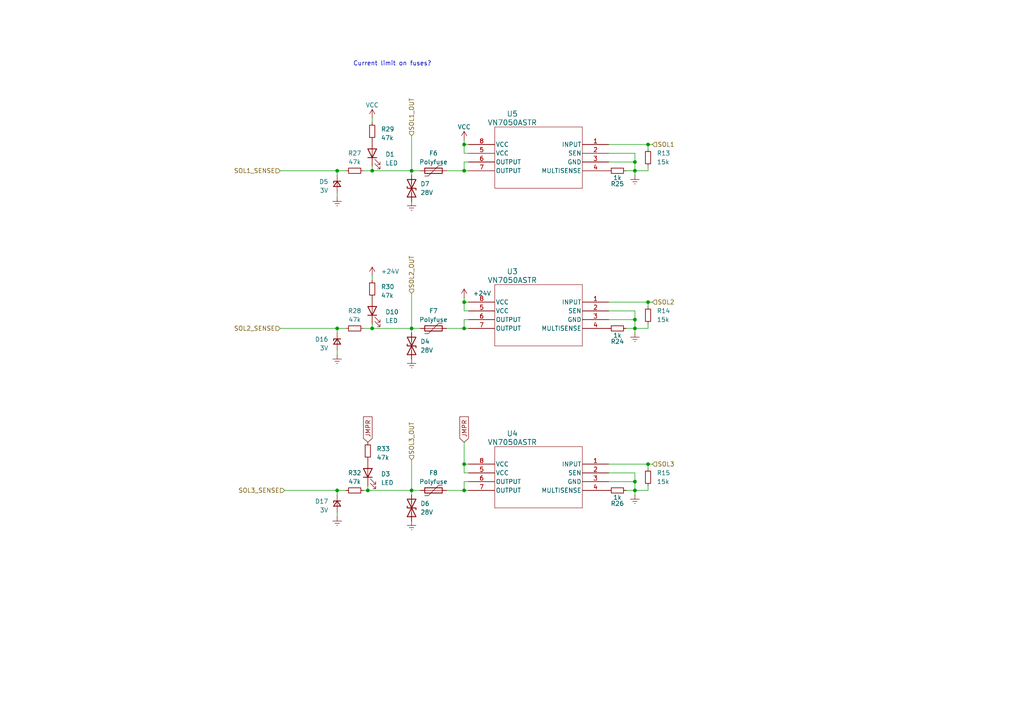
<source format=kicad_sch>
(kicad_sch (version 20250114) (generator "eeschema") (generator_version "9.0")
  (paper "A4")
  (lib_symbols
    (symbol "Device:D_TVS" (pin_numbers (hide yes)) (pin_names (offset 1.016) (hide yes))
      (property "Reference" "D" (at 0 2.54 0))
      (property "Value" "D_TVS" (at 0 -2.54 0))
      (symbol "D_TVS_0_1"
        (polyline (pts (xy -2.54 1.27) (xy -2.54 -1.27) (xy 2.54 1.27) (xy 2.54 -1.27) (xy -2.54 1.27)) (stroke (width 0.254)))
        (polyline (pts (xy 0.508 1.27) (xy 0 1.27) (xy 0 -1.27) (xy -0.508 -1.27)) (stroke (width 0.254)))
        (polyline (pts (xy 1.27 0) (xy -1.27 0)))
      )
      (symbol "D_TVS_1_1"
        (pin passive line (at -3.81 0 0) (length 2.54) (name "A1") (number "1"))
        (pin passive line (at 3.81 0 180) (length 2.54) (name "A2") (number "2"))
      )
    )
    (symbol "Device:D_Zener_Small" (pin_numbers (hide yes)) (pin_names (offset 0.254) (hide yes))
      (property "Reference" "D" (at 0 2.286 0))
      (property "Value" "D_Zener_Small" (at 0 -2.286 0))
      (symbol "D_Zener_Small_0_1"
        (polyline (pts (xy -0.254 1.016) (xy -0.762 1.016) (xy -0.762 -1.016)) (stroke (width 0.254)))
        (polyline (pts (xy 0.762 1.016) (xy -0.762 0) (xy 0.762 -1.016) (xy 0.762 1.016)) (stroke (width 0.254)))
        (polyline (pts (xy 0.762 0) (xy -0.762 0)))
      )
      (symbol "D_Zener_Small_1_1"
        (pin passive line (at -2.54 0 0) (length 1.778) (name "K") (number "1"))
        (pin passive line (at 2.54 0 180) (length 1.778) (name "A") (number "2"))
      )
    )
    (symbol "Device:LED" (pin_numbers (hide yes)) (pin_names (offset 1.016) (hide yes))
      (property "Reference" "D" (at 0 2.54 0))
      (property "Value" "LED" (at 0 -2.54 0))
      (symbol "LED_0_1"
        (polyline (pts (xy -3.048 -0.762) (xy -4.572 -2.286) (xy -3.81 -2.286) (xy -4.572 -2.286) (xy -4.572 -1.524)))
        (polyline (pts (xy -1.778 -0.762) (xy -3.302 -2.286) (xy -2.54 -2.286) (xy -3.302 -2.286) (xy -3.302 -1.524)))
        (polyline (pts (xy -1.27 0) (xy 1.27 0)))
        (polyline (pts (xy -1.27 -1.27) (xy -1.27 1.27)) (stroke (width 0.254)))
        (polyline (pts (xy 1.27 -1.27) (xy 1.27 1.27) (xy -1.27 0) (xy 1.27 -1.27)) (stroke (width 0.254)))
      )
      (symbol "LED_1_1"
        (pin passive line (at -3.81 0 0) (length 2.54) (name "K") (number "1"))
        (pin passive line (at 3.81 0 180) (length 2.54) (name "A") (number "2"))
      )
    )
    (symbol "Device:Polyfuse" (pin_numbers (hide yes)) (pin_names (offset 0))
      (property "Reference" "F" (at -2.54 0 90))
      (property "Value" "Polyfuse" (at 2.54 0 90))
      (symbol "Polyfuse_0_1"
        (polyline (pts (xy -1.524 2.54) (xy -1.524 1.524) (xy 1.524 -1.524) (xy 1.524 -2.54)))
        (rectangle (start -0.762 2.54) (end 0.762 -2.54) (stroke (width 0.254)))
        (polyline (pts (xy 0 2.54) (xy 0 -2.54)))
      )
      (symbol "Polyfuse_1_1"
        (pin passive line (at 0 3.81 270) (length 1.27) (name "~") (number "1"))
        (pin passive line (at 0 -3.81 90) (length 1.27) (name "~") (number "2"))
      )
    )
    (symbol "Device:R_Small" (pin_numbers (hide yes)) (pin_names (offset 0.254) (hide yes))
      (property "Reference" "R" (at 0.762 0.508 0))
      (property "Value" "R_Small" (at 0.762 -1.016 0))
      (symbol "R_Small_0_1"
        (rectangle (start -0.762 1.778) (end 0.762 -1.778) (stroke (width 0.2032)))
      )
      (symbol "R_Small_1_1"
        (pin passive line (at 0 2.54 270) (length 0.762) (name "~") (number "1"))
        (pin passive line (at 0 -2.54 90) (length 0.762) (name "~") (number "2"))
      )
    )
    (symbol "Earth_12" (power) (pin_names (offset 0))
      (symbol "Earth_12_0_1"
        (polyline (pts (xy -0.635 -1.905) (xy 0.635 -1.905)))
        (polyline (pts (xy -0.127 -2.54) (xy 0.127 -2.54)))
        (polyline (pts (xy 0 -1.27) (xy 0 0)))
        (polyline (pts (xy 1.27 -1.27) (xy -1.27 -1.27)))
      )
      (symbol "Earth_12_1_1"
        (pin power_in line (at 0 0 270) (length 0) (hide yes) (name "Earth") (number "1"))
      )
    )
    (symbol "VCC_1" (power) (pin_numbers (hide yes)) (pin_names (offset 0) (hide yes))
      (property "Value" "VCC" (at 0 3.556 0))
      (symbol "VCC_1_0_1"
        (polyline (pts (xy -0.762 1.27) (xy 0 2.54)))
        (polyline (pts (xy 0 2.54) (xy 0.762 1.27)))
        (polyline (pts (xy 0 0) (xy 0 2.54)))
      )
      (symbol "VCC_1_1_1"
        (pin power_in line (at 0 0 90) (length 0) (name "~") (number "1"))
      )
    )
    (symbol "VN7050AS:VN7050ASTR" (pin_names (offset 0.254))
      (property "Reference" "U" (at 20.32 10.16 0))
      (property "Value" "VN7050ASTR" (at 20.32 7.62 0))
      (symbol "VN7050ASTR_0_1"
        (polyline (pts (xy 7.62 5.08) (xy 7.62 -12.7)) (stroke (width 0.127)))
        (polyline (pts (xy 7.62 -12.7) (xy 33.02 -12.7)) (stroke (width 0.127)))
        (polyline (pts (xy 33.02 5.08) (xy 7.62 5.08)) (stroke (width 0.127)))
        (polyline (pts (xy 33.02 -12.7) (xy 33.02 5.08)) (stroke (width 0.127)))
        (pin input line (at 0 0 0) (length 7.62) (name "INPUT") (number "1"))
        (pin unspecified line (at 0 -2.54 0) (length 7.62) (name "SEN") (number "2"))
        (pin power_out line (at 0 -5.08 0) (length 7.62) (name "GND") (number "3"))
        (pin unspecified line (at 0 -7.62 0) (length 7.62) (name "MULTISENSE") (number "4"))
        (pin power_in line (at 40.64 0 180) (length 7.62) (name "VCC") (number "8"))
        (pin power_in line (at 40.64 -2.54 180) (length 7.62) (name "VCC") (number "5"))
        (pin output line (at 40.64 -5.08 180) (length 7.62) (name "OUTPUT") (number "6"))
        (pin output line (at 40.64 -7.62 180) (length 7.62) (name "OUTPUT") (number "7"))
      )
    )
    (symbol "power:Earth" (power) (pin_names (offset 0))
      (symbol "Earth_0_1"
        (polyline (pts (xy -0.635 -1.905) (xy 0.635 -1.905)))
        (polyline (pts (xy -0.127 -2.54) (xy 0.127 -2.54)))
        (polyline (pts (xy 0 -1.27) (xy 0 0)))
        (polyline (pts (xy 1.27 -1.27) (xy -1.27 -1.27)))
      )
      (symbol "Earth_1_1"
        (pin power_in line (at 0 0 270) (length 0) (hide yes) (name "Earth") (number "1"))
      )
    )
    (symbol "power:VCC" (power) (pin_names (offset 0))
      (property "Value" "VCC" (at 0 3.81 0))
      (symbol "VCC_0_1"
        (polyline (pts (xy -0.762 1.27) (xy 0 2.54)))
        (polyline (pts (xy 0 2.54) (xy 0.762 1.27)))
        (polyline (pts (xy 0 0) (xy 0 2.54)))
      )
      (symbol "VCC_1_1"
        (pin power_in line (at 0 0 90) (length 0) (hide yes) (name "VCC") (number "1"))
      )
    )
  )
  (text "Current limit on fuses?" (at 113.792 18.542 0) (effects (font (size 1.27 1.27))))
  (junction (at 134.62 49.53))
  (junction (at 97.79 142.24))
  (junction (at 106.68 142.24))
  (junction (at 119.38 95.25))
  (junction (at 187.96 87.63))
  (junction (at 184.15 92.71))
  (junction (at 184.15 46.99))
  (junction (at 184.15 95.25))
  (junction (at 187.96 41.91))
  (junction (at 107.95 95.25))
  (junction (at 184.15 142.24))
  (junction (at 97.79 95.25))
  (junction (at 134.62 134.62))
  (junction (at 119.38 142.24))
  (junction (at 134.62 87.63))
  (junction (at 119.38 49.53))
  (junction (at 97.79 49.53))
  (junction (at 134.62 142.24))
  (junction (at 184.15 49.53))
  (junction (at 134.62 95.25))
  (junction (at 184.15 139.7))
  (junction (at 134.62 41.91))
  (junction (at 187.96 134.62))
  (junction (at 107.95 49.53))
  (wire (pts (xy 187.96 142.24) (xy 184.15 142.24)))
  (wire (pts (xy 82.55 142.24) (xy 97.79 142.24)))
  (wire (pts (xy 105.41 142.24) (xy 106.68 142.24)))
  (wire (pts (xy 187.96 41.91) (xy 189.23 41.91)))
  (wire (pts (xy 119.38 95.25) (xy 119.38 96.52)))
  (wire (pts (xy 135.89 46.99) (xy 134.62 46.99)))
  (wire (pts (xy 119.38 85.09) (xy 119.38 95.25)))
  (wire (pts (xy 134.62 86.36) (xy 134.62 87.63)))
  (wire (pts (xy 184.15 90.17) (xy 184.15 92.71)))
  (wire (pts (xy 187.96 41.91) (xy 187.96 43.18)))
  (wire (pts (xy 119.38 49.53) (xy 121.92 49.53)))
  (wire (pts (xy 187.96 134.62) (xy 189.23 134.62)))
  (wire (pts (xy 187.96 87.63) (xy 189.23 87.63)))
  (wire (pts (xy 176.53 92.71) (xy 184.15 92.71)))
  (wire (pts (xy 134.62 128.27) (xy 134.62 134.62)))
  (wire (pts (xy 134.62 87.63) (xy 135.89 87.63)))
  (wire (pts (xy 134.62 90.17) (xy 134.62 87.63)))
  (wire (pts (xy 107.95 80.01) (xy 107.95 81.28)))
  (wire (pts (xy 176.53 139.7) (xy 184.15 139.7)))
  (wire (pts (xy 176.53 87.63) (xy 187.96 87.63)))
  (wire (pts (xy 119.38 133.35) (xy 119.38 142.24)))
  (wire (pts (xy 105.41 95.25) (xy 107.95 95.25)))
  (wire (pts (xy 81.28 95.25) (xy 97.79 95.25)))
  (wire (pts (xy 107.95 95.25) (xy 119.38 95.25)))
  (wire (pts (xy 134.62 92.71) (xy 135.89 92.71)))
  (wire (pts (xy 134.62 95.25) (xy 134.62 92.71)))
  (wire (pts (xy 97.79 50.8) (xy 97.79 49.53)))
  (wire (pts (xy 119.38 143.51) (xy 119.38 142.24)))
  (wire (pts (xy 107.95 93.98) (xy 107.95 95.25)))
  (wire (pts (xy 176.53 41.91) (xy 187.96 41.91)))
  (wire (pts (xy 187.96 49.53) (xy 184.15 49.53)))
  (wire (pts (xy 176.53 46.99) (xy 184.15 46.99)))
  (wire (pts (xy 134.62 142.24) (xy 134.62 139.7)))
  (wire (pts (xy 134.62 49.53) (xy 135.89 49.53)))
  (wire (pts (xy 134.62 46.99) (xy 134.62 49.53)))
  (wire (pts (xy 184.15 142.24) (xy 184.15 143.51)))
  (wire (pts (xy 184.15 44.45) (xy 184.15 46.99)))
  (wire (pts (xy 129.54 95.25) (xy 134.62 95.25)))
  (wire (pts (xy 119.38 39.37) (xy 119.38 49.53)))
  (wire (pts (xy 129.54 49.53) (xy 134.62 49.53)))
  (wire (pts (xy 187.96 48.26) (xy 187.96 49.53)))
  (wire (pts (xy 119.38 49.53) (xy 119.38 50.8)))
  (wire (pts (xy 97.79 49.53) (xy 100.33 49.53)))
  (wire (pts (xy 135.89 90.17) (xy 134.62 90.17)))
  (wire (pts (xy 181.61 95.25) (xy 184.15 95.25)))
  (wire (pts (xy 97.79 143.51) (xy 97.79 142.24)))
  (wire (pts (xy 134.62 142.24) (xy 135.89 142.24)))
  (wire (pts (xy 97.79 101.6) (xy 97.79 102.87)))
  (wire (pts (xy 184.15 95.25) (xy 184.15 96.52)))
  (wire (pts (xy 187.96 87.63) (xy 187.96 88.9)))
  (wire (pts (xy 119.38 142.24) (xy 121.92 142.24)))
  (wire (pts (xy 184.15 137.16) (xy 184.15 139.7)))
  (wire (pts (xy 184.15 49.53) (xy 184.15 50.8)))
  (wire (pts (xy 187.96 95.25) (xy 184.15 95.25)))
  (wire (pts (xy 107.95 49.53) (xy 119.38 49.53)))
  (wire (pts (xy 106.68 142.24) (xy 119.38 142.24)))
  (wire (pts (xy 184.15 139.7) (xy 184.15 142.24)))
  (wire (pts (xy 97.79 142.24) (xy 100.33 142.24)))
  (wire (pts (xy 181.61 142.24) (xy 184.15 142.24)))
  (wire (pts (xy 176.53 137.16) (xy 184.15 137.16)))
  (wire (pts (xy 134.62 41.91) (xy 135.89 41.91)))
  (wire (pts (xy 97.79 55.88) (xy 97.79 57.15)))
  (wire (pts (xy 135.89 44.45) (xy 134.62 44.45)))
  (wire (pts (xy 134.62 137.16) (xy 134.62 134.62)))
  (wire (pts (xy 134.62 44.45) (xy 134.62 41.91)))
  (wire (pts (xy 134.62 139.7) (xy 135.89 139.7)))
  (wire (pts (xy 176.53 44.45) (xy 184.15 44.45)))
  (wire (pts (xy 107.95 34.29) (xy 107.95 35.56)))
  (wire (pts (xy 134.62 95.25) (xy 135.89 95.25)))
  (wire (pts (xy 135.89 137.16) (xy 134.62 137.16)))
  (wire (pts (xy 181.61 49.53) (xy 184.15 49.53)))
  (wire (pts (xy 97.79 95.25) (xy 100.33 95.25)))
  (wire (pts (xy 134.62 40.64) (xy 134.62 41.91)))
  (wire (pts (xy 184.15 46.99) (xy 184.15 49.53)))
  (wire (pts (xy 97.79 148.59) (xy 97.79 149.86)))
  (wire (pts (xy 105.41 49.53) (xy 107.95 49.53)))
  (wire (pts (xy 106.68 140.97) (xy 106.68 142.24)))
  (wire (pts (xy 176.53 134.62) (xy 187.96 134.62)))
  (wire (pts (xy 129.54 142.24) (xy 134.62 142.24)))
  (wire (pts (xy 187.96 93.98) (xy 187.96 95.25)))
  (wire (pts (xy 107.95 48.26) (xy 107.95 49.53)))
  (wire (pts (xy 184.15 92.71) (xy 184.15 95.25)))
  (wire (pts (xy 187.96 140.97) (xy 187.96 142.24)))
  (wire (pts (xy 119.38 95.25) (xy 121.92 95.25)))
  (wire (pts (xy 81.28 49.53) (xy 97.79 49.53)))
  (wire (pts (xy 97.79 96.52) (xy 97.79 95.25)))
  (wire (pts (xy 176.53 90.17) (xy 184.15 90.17)))
  (wire (pts (xy 187.96 134.62) (xy 187.96 135.89)))
  (wire (pts (xy 134.62 134.62) (xy 135.89 134.62)))
  (global_label "JMPR" (shape input) (at 106.68 128.27 90) (property "Intersheetrefs" "${INTERSHEET_REFS}" (effects (hide yes))))
  (global_label "JMPR" (shape input) (at 134.62 128.27 90) (property "Intersheetrefs" "${INTERSHEET_REFS}" (effects (hide yes))))
  (hierarchical_label "SOL1" (shape input) (at 189.23 41.91 0))
  (hierarchical_label "SOL2_OUT" (shape input) (at 119.38 85.09 90))
  (hierarchical_label "SOL2" (shape input) (at 189.23 87.63 0))
  (hierarchical_label "SOL3_OUT" (shape input) (at 119.38 133.35 90))
  (hierarchical_label "SOL3_SENSE" (shape input) (at 82.55 142.24 180))
  (hierarchical_label "SOL1_OUT" (shape input) (at 119.38 39.37 90))
  (hierarchical_label "SOL3" (shape input) (at 189.23 134.62 0))
  (hierarchical_label "SOL2_SENSE" (shape input) (at 81.28 95.25 180))
  (hierarchical_label "SOL1_SENSE" (shape input) (at 81.28 49.53 180))
  (symbol (lib_id "power:Earth") (at 184.15 50.8 0) (unit 1)
    (property "Reference" "#PWR084" (effects (hide yes)))
    (property "Value" "Earth" (effects (hide yes)))
  )
  (symbol (lib_id "power:Earth") (at 184.15 143.51 0) (unit 1)
    (property "Reference" "#PWR086" (effects (hide yes)))
    (property "Value" "Earth" (effects (hide yes)))
  )
  (symbol (lib_name "Earth_12") (lib_id "power:Earth") (at 97.79 57.15 0) (unit 1)
    (property "Reference" "#PWR048" (effects (hide yes)))
    (property "Value" "Earth" (effects (hide yes)))
  )
  (symbol (lib_name "Earth_12") (lib_id "power:Earth") (at 97.79 149.86 0) (unit 1)
    (property "Reference" "#PWR050" (effects (hide yes)))
    (property "Value" "Earth" (effects (hide yes)))
  )
  (symbol (lib_id "Device:R_Small") (at 107.95 83.82 0) (unit 1)
    (property "Reference" "R30" (at 110.49 83.185 0) (effects (justify left)))
    (property "Value" "47k" (at 110.49 85.725 0) (effects (justify left)))
    (property "Footprint" "Resistor_SMD:R_0603_1608Metric_Pad0.98x0.95mm_HandSolder" (effects (hide yes)))
  )
  (symbol (lib_id "power:VCC") (at 134.62 40.64 0) (unit 1)
    (property "Reference" "#PWR082" (effects (hide yes)))
    (property "Value" "VCC" (at 134.62 36.83 0))
  )
  (symbol (lib_id "power:VCC") (at 107.95 34.29 0) (unit 1)
    (property "Reference" "#PWR051" (effects (hide yes)))
    (property "Value" "VCC" (at 107.95 30.48 0))
  )
  (symbol (lib_id "Device:R_Small") (at 102.87 142.24 270) (unit 1)
    (property "Reference" "R32" (at 102.87 137.16 90))
    (property "Value" "47k" (at 102.87 139.7 90))
    (property "Footprint" "Resistor_SMD:R_0603_1608Metric_Pad0.98x0.95mm_HandSolder" (effects (hide yes)))
  )
  (symbol (lib_id "Device:LED") (at 107.95 44.45 90) (unit 1)
    (property "Reference" "D1" (at 111.76 44.7674 90) (effects (justify right)))
    (property "Value" "LED" (at 111.76 47.3074 90) (effects (justify right)))
    (property "Footprint" "LED_SMD:LED_0603_1608Metric_Pad1.05x0.95mm_HandSolder" (effects (hide yes)))
    (property "Description" "Light emitting diode" (effects (hide yes)))
  )
  (symbol (lib_id "Device:R_Small") (at 187.96 91.44 0) (unit 1)
    (property "Reference" "R14" (at 190.5 90.1699 0) (effects (justify left)))
    (property "Value" "15k" (at 190.5 92.7099 0) (effects (justify left)))
    (property "Footprint" "Resistor_SMD:R_0603_1608Metric_Pad0.98x0.95mm_HandSolder" (effects (hide yes)))
  )
  (symbol (lib_id "Device:Polyfuse") (at 125.73 49.53 90) (unit 1)
    (property "Reference" "F6" (at 125.73 44.45 90))
    (property "Value" "Polyfuse" (at 125.73 46.99 90))
    (property "Footprint" "Fuse:Fuse_1812_4532Metric_Pad1.30x3.40mm_HandSolder" (effects (hide yes)))
    (property "mfn" " 1210L150/16WR " (effects (hide yes)))
  )
  (symbol (lib_id "Device:Polyfuse") (at 125.73 142.24 90) (unit 1)
    (property "Reference" "F8" (at 125.73 137.16 90))
    (property "Value" "Polyfuse" (at 125.73 139.7 90))
    (property "Footprint" "Fuse:Fuse_1812_4532Metric_Pad1.30x3.40mm_HandSolder" (effects (hide yes)))
    (property "mfn" " 1210L150/16WR " (effects (hide yes)))
  )
  (symbol (lib_id "Device:R_Small") (at 179.07 142.24 90) (unit 1)
    (property "Reference" "R26" (at 179.07 146.05 90))
    (property "Value" "1k" (at 179.07 144.272 90))
    (property "Footprint" "Resistor_SMD:R_0603_1608Metric_Pad0.98x0.95mm_HandSolder" (effects (hide yes)))
  )
  (symbol (lib_id "Device:D_TVS") (at 119.38 147.32 90) (unit 1)
    (property "Reference" "D6" (at 121.92 146.0499 90) (effects (justify right)))
    (property "Value" "28V" (at 121.92 148.5899 90) (effects (justify right)))
    (property "Footprint" "Diode_SMD:D_0603_1608Metric_Pad1.05x0.95mm_HandSolder" (effects (hide yes)))
    (property "mfn" " CG0603MLC-24LEA" (effects (hide yes)))
  )
  (symbol (lib_id "Device:D_TVS") (at 119.38 54.61 90) (unit 1)
    (property "Reference" "D7" (at 121.92 53.3399 90) (effects (justify right)))
    (property "Value" "28V" (at 121.92 55.8799 90) (effects (justify right)))
    (property "Footprint" "Diode_SMD:D_0603_1608Metric_Pad1.05x0.95mm_HandSolder" (effects (hide yes)))
    (property "mfn" " CG0603MLC-24LEA" (effects (hide yes)))
  )
  (symbol (lib_id "Device:R_Small") (at 102.87 49.53 270) (unit 1)
    (property "Reference" "R27" (at 102.87 44.45 90))
    (property "Value" "47k" (at 102.87 46.99 90))
    (property "Footprint" "Resistor_SMD:R_0603_1608Metric_Pad0.98x0.95mm_HandSolder" (effects (hide yes)))
  )
  (symbol (lib_id "Device:R_Small") (at 102.87 95.25 270) (unit 1)
    (property "Reference" "R28" (at 102.87 90.17 90))
    (property "Value" "47k" (at 102.87 92.71 90))
    (property "Footprint" "Resistor_SMD:R_0603_1608Metric_Pad0.98x0.95mm_HandSolder" (effects (hide yes)))
  )
  (symbol (lib_id "Device:R_Small") (at 107.95 38.1 0) (unit 1)
    (property "Reference" "R29" (at 110.49 37.465 0) (effects (justify left)))
    (property "Value" "47k" (at 110.49 40.005 0) (effects (justify left)))
    (property "Footprint" "Resistor_SMD:R_0603_1608Metric_Pad0.98x0.95mm_HandSolder" (effects (hide yes)))
  )
  (symbol (lib_id "Device:Polyfuse") (at 125.73 95.25 90) (unit 1)
    (property "Reference" "F7" (at 125.73 90.17 90))
    (property "Value" "Polyfuse" (at 125.73 92.71 90))
    (property "Footprint" "Fuse:Fuse_1812_4532Metric_Pad1.30x3.40mm_HandSolder" (effects (hide yes)))
    (property "mfn" " 1210L150/16WR " (effects (hide yes)))
  )
  (symbol (lib_id "Device:LED") (at 106.68 137.16 90) (unit 1)
    (property "Reference" "D3" (at 110.49 137.4774 90) (effects (justify right)))
    (property "Value" "LED" (at 110.49 140.0174 90) (effects (justify right)))
    (property "Footprint" "LED_SMD:LED_0603_1608Metric_Pad1.05x0.95mm_HandSolder" (effects (hide yes)))
    (property "Description" "Light emitting diode" (effects (hide yes)))
  )
  (symbol (lib_id "power:Earth") (at 119.38 151.13 0) (unit 1)
    (property "Reference" "#PWR081" (effects (hide yes)))
    (property "Value" "Earth" (effects (hide yes)))
  )
  (symbol (lib_id "Device:D_Zener_Small") (at 97.79 99.06 90) (mirror x) (unit 1)
    (property "Reference" "D16" (at 95.25 98.425 90) (effects (justify left)))
    (property "Value" "3V" (at 95.25 100.965 90) (effects (justify left)))
    (property "Footprint" "Diode_SMD:D_SOD-323_HandSoldering" (effects (hide yes)))
    (property "mfn" " PZU3.0B2,115 " (effects (hide yes)))
  )
  (symbol (lib_id "Device:R_Small") (at 187.96 45.72 0) (unit 1)
    (property "Reference" "R13" (at 190.5 44.4499 0) (effects (justify left)))
    (property "Value" "15k" (at 190.5 46.9899 0) (effects (justify left)))
    (property "Footprint" "Resistor_SMD:R_0603_1608Metric_Pad0.98x0.95mm_HandSolder" (effects (hide yes)))
  )
  (symbol (lib_id "power:Earth") (at 184.15 96.52 0) (unit 1)
    (property "Reference" "#PWR085" (effects (hide yes)))
    (property "Value" "Earth" (effects (hide yes)))
  )
  (symbol (lib_id "VN7050AS:VN7050ASTR") (at 176.53 41.91 0) (mirror y) (unit 1)
    (property "Reference" "U5" (at 148.59 33.02 0) (effects (font (size 1.524 1.524))))
    (property "Value" "VN7050ASTR" (at 148.59 35.56 0) (effects (font (size 1.524 1.524))))
    (property "Footprint" "VN7050ASTR:SOIC_050ASTR_STM" (effects (hide yes)))
    (property "Datasheet" "https://www.st.com/content/ccc/resource/technical/document/datasheet/50/3c/4d/5f/7a/6f/41/0c/DM00157092.pdf/files/DM00157092.pdf/jcr:content/translations/en.DM00157092.pdf" (effects (hide yes)))
  )
  (symbol (lib_id "power:Earth") (at 119.38 58.42 0) (unit 1)
    (property "Reference" "#PWR072" (effects (hide yes)))
    (property "Value" "Earth" (effects (hide yes)))
  )
  (symbol (lib_id "Device:D_Zener_Small") (at 97.79 146.05 90) (mirror x) (unit 1)
    (property "Reference" "D17" (at 95.25 145.415 90) (effects (justify left)))
    (property "Value" "3V" (at 95.25 147.955 90) (effects (justify left)))
    (property "Footprint" "Diode_SMD:D_SOD-323_HandSoldering" (effects (hide yes)))
    (property "mfn" " PZU3.0B2,115 " (effects (hide yes)))
  )
  (symbol (lib_name "VCC_1") (lib_id "power:VCC") (at 107.95 80.01 0) (unit 1)
    (property "Reference" "#PWR053" (effects (hide yes)))
    (property "Value" "+24V" (at 110.49 78.7399 0) (effects (justify left)))
    (property "Description" "Power symbol creates a global label with name \"VCC\"" (effects (hide yes)))
  )
  (symbol (lib_id "VN7050AS:VN7050ASTR") (at 176.53 134.62 0) (mirror y) (unit 1)
    (property "Reference" "U4" (at 148.59 125.73 0) (effects (font (size 1.524 1.524))))
    (property "Value" "VN7050ASTR" (at 148.59 128.27 0) (effects (font (size 1.524 1.524))))
    (property "Footprint" "VN7050ASTR:SOIC_050ASTR_STM" (effects (hide yes)))
    (property "Datasheet" "https://www.st.com/content/ccc/resource/technical/document/datasheet/50/3c/4d/5f/7a/6f/41/0c/DM00157092.pdf/files/DM00157092.pdf/jcr:content/translations/en.DM00157092.pdf" (effects (hide yes)))
  )
  (symbol (lib_name "VCC_1") (lib_id "power:VCC") (at 134.62 86.36 0) (unit 1)
    (property "Reference" "#PWR083" (effects (hide yes)))
    (property "Value" "+24V" (at 137.16 85.0899 0) (effects (justify left)))
    (property "Description" "Power symbol creates a global label with name \"VCC\"" (effects (hide yes)))
  )
  (symbol (lib_id "Device:R_Small") (at 106.68 130.81 0) (unit 1)
    (property "Reference" "R33" (at 109.22 130.175 0) (effects (justify left)))
    (property "Value" "47k" (at 109.22 132.715 0) (effects (justify left)))
    (property "Footprint" "Resistor_SMD:R_0603_1608Metric_Pad0.98x0.95mm_HandSolder" (effects (hide yes)))
  )
  (symbol (lib_id "Device:D_Zener_Small") (at 97.79 53.34 90) (mirror x) (unit 1)
    (property "Reference" "D5" (at 95.25 52.705 90) (effects (justify left)))
    (property "Value" "3V" (at 95.25 55.245 90) (effects (justify left)))
    (property "Footprint" "Diode_SMD:D_SOD-323_HandSoldering" (effects (hide yes)))
    (property "mfn" " PZU3.0B2,115 " (effects (hide yes)))
  )
  (symbol (lib_id "Device:R_Small") (at 187.96 138.43 0) (unit 1)
    (property "Reference" "R15" (at 190.5 137.1599 0) (effects (justify left)))
    (property "Value" "15k" (at 190.5 139.6999 0) (effects (justify left)))
    (property "Footprint" "Resistor_SMD:R_0603_1608Metric_Pad0.98x0.95mm_HandSolder" (effects (hide yes)))
  )
  (symbol (lib_id "Device:D_TVS") (at 119.38 100.33 90) (unit 1)
    (property "Reference" "D4" (at 121.92 99.0599 90) (effects (justify right)))
    (property "Value" "28V" (at 121.92 101.5999 90) (effects (justify right)))
    (property "Footprint" "Diode_SMD:D_0603_1608Metric_Pad1.05x0.95mm_HandSolder" (effects (hide yes)))
    (property "mfn" " CG0603MLC-24LEA" (effects (hide yes)))
  )
  (symbol (lib_id "Device:R_Small") (at 179.07 95.25 90) (unit 1)
    (property "Reference" "R24" (at 179.07 99.06 90))
    (property "Value" "1k" (at 179.07 97.282 90))
    (property "Footprint" "Resistor_SMD:R_0603_1608Metric_Pad0.98x0.95mm_HandSolder" (effects (hide yes)))
  )
  (symbol (lib_id "Device:LED") (at 107.95 90.17 90) (unit 1)
    (property "Reference" "D10" (at 111.76 90.4874 90) (effects (justify right)))
    (property "Value" "LED" (at 111.76 93.0274 90) (effects (justify right)))
    (property "Footprint" "LED_SMD:LED_0603_1608Metric_Pad1.05x0.95mm_HandSolder" (effects (hide yes)))
    (property "Description" "Light emitting diode" (effects (hide yes)))
  )
  (symbol (lib_id "VN7050AS:VN7050ASTR") (at 176.53 87.63 0) (mirror y) (unit 1)
    (property "Reference" "U3" (at 148.59 78.74 0) (effects (font (size 1.524 1.524))))
    (property "Value" "VN7050ASTR" (at 148.59 81.28 0) (effects (font (size 1.524 1.524))))
    (property "Footprint" "VN7050ASTR:SOIC_050ASTR_STM" (effects (hide yes)))
    (property "Datasheet" "https://www.st.com/content/ccc/resource/technical/document/datasheet/50/3c/4d/5f/7a/6f/41/0c/DM00157092.pdf/files/DM00157092.pdf/jcr:content/translations/en.DM00157092.pdf" (effects (hide yes)))
  )
  (symbol (lib_id "power:Earth") (at 119.38 104.14 0) (unit 1)
    (property "Reference" "#PWR078" (effects (hide yes)))
    (property "Value" "Earth" (effects (hide yes)))
  )
  (symbol (lib_name "Earth_12") (lib_id "power:Earth") (at 97.79 102.87 0) (unit 1)
    (property "Reference" "#PWR049" (effects (hide yes)))
    (property "Value" "Earth" (effects (hide yes)))
  )
  (symbol (lib_id "Device:R_Small") (at 179.07 49.53 90) (unit 1)
    (property "Reference" "R25" (at 179.07 53.34 90))
    (property "Value" "1k" (at 179.07 51.562 90))
    (property "Footprint" "Resistor_SMD:R_0603_1608Metric_Pad0.98x0.95mm_HandSolder" (effects (hide yes)))
  )
)
</source>
